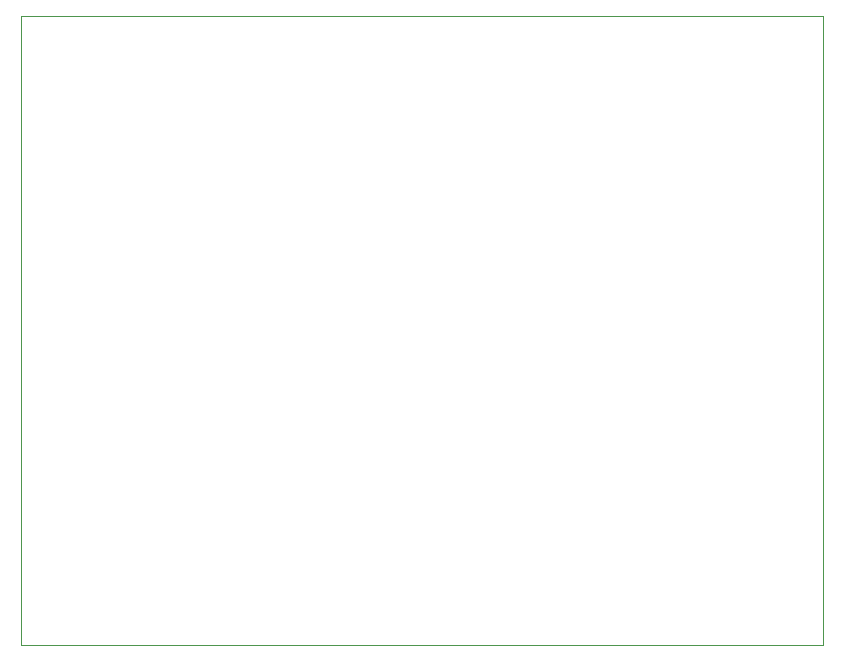
<source format=gbr>
%TF.GenerationSoftware,KiCad,Pcbnew,7.0.1*%
%TF.CreationDate,2024-03-30T14:25:32-04:00*%
%TF.ProjectId,TacTile2-C,54616354-696c-4653-922d-432e6b696361,rev?*%
%TF.SameCoordinates,Original*%
%TF.FileFunction,Profile,NP*%
%FSLAX46Y46*%
G04 Gerber Fmt 4.6, Leading zero omitted, Abs format (unit mm)*
G04 Created by KiCad (PCBNEW 7.0.1) date 2024-03-30 14:25:32*
%MOMM*%
%LPD*%
G01*
G04 APERTURE LIST*
%TA.AperFunction,Profile*%
%ADD10C,0.100000*%
%TD*%
G04 APERTURE END LIST*
D10*
X20000000Y-20000000D02*
X87950000Y-20000000D01*
X87950000Y-73250000D01*
X20000000Y-73250000D01*
X20000000Y-20000000D01*
M02*

</source>
